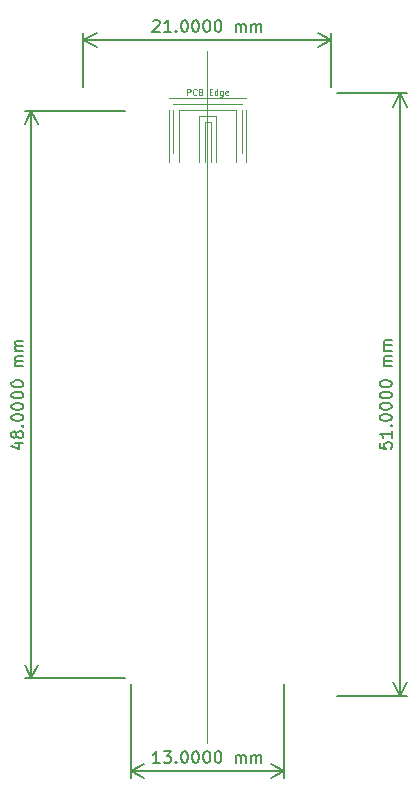
<source format=gbr>
G04 #@! TF.GenerationSoftware,KiCad,Pcbnew,(6.0.7)*
G04 #@! TF.CreationDate,2022-09-22T23:06:15+05:30*
G04 #@! TF.ProjectId,Mitayi-Pico-RP2040,4d697461-7969-42d5-9069-636f2d525032,0.4*
G04 #@! TF.SameCoordinates,PX825e060PY6d4a840*
G04 #@! TF.FileFunction,OtherDrawing,Comment*
%FSLAX46Y46*%
G04 Gerber Fmt 4.6, Leading zero omitted, Abs format (unit mm)*
G04 Created by KiCad (PCBNEW (6.0.7)) date 2022-09-22 23:06:15*
%MOMM*%
%LPD*%
G01*
G04 APERTURE LIST*
%ADD10C,0.100000*%
%ADD11C,0.150000*%
%ADD12C,0.080000*%
%ADD13C,0.020000*%
G04 APERTURE END LIST*
D10*
X10500000Y54600000D02*
X10500000Y-4000000D01*
D11*
X6452380Y-5702380D02*
X5880952Y-5702380D01*
X6166666Y-5702380D02*
X6166666Y-4702380D01*
X6071428Y-4845238D01*
X5976190Y-4940476D01*
X5880952Y-4988095D01*
X6785714Y-4702380D02*
X7404761Y-4702380D01*
X7071428Y-5083333D01*
X7214285Y-5083333D01*
X7309523Y-5130952D01*
X7357142Y-5178571D01*
X7404761Y-5273809D01*
X7404761Y-5511904D01*
X7357142Y-5607142D01*
X7309523Y-5654761D01*
X7214285Y-5702380D01*
X6928571Y-5702380D01*
X6833333Y-5654761D01*
X6785714Y-5607142D01*
X7833333Y-5607142D02*
X7880952Y-5654761D01*
X7833333Y-5702380D01*
X7785714Y-5654761D01*
X7833333Y-5607142D01*
X7833333Y-5702380D01*
X8500000Y-4702380D02*
X8595238Y-4702380D01*
X8690476Y-4750000D01*
X8738095Y-4797619D01*
X8785714Y-4892857D01*
X8833333Y-5083333D01*
X8833333Y-5321428D01*
X8785714Y-5511904D01*
X8738095Y-5607142D01*
X8690476Y-5654761D01*
X8595238Y-5702380D01*
X8500000Y-5702380D01*
X8404761Y-5654761D01*
X8357142Y-5607142D01*
X8309523Y-5511904D01*
X8261904Y-5321428D01*
X8261904Y-5083333D01*
X8309523Y-4892857D01*
X8357142Y-4797619D01*
X8404761Y-4750000D01*
X8500000Y-4702380D01*
X9452380Y-4702380D02*
X9547619Y-4702380D01*
X9642857Y-4750000D01*
X9690476Y-4797619D01*
X9738095Y-4892857D01*
X9785714Y-5083333D01*
X9785714Y-5321428D01*
X9738095Y-5511904D01*
X9690476Y-5607142D01*
X9642857Y-5654761D01*
X9547619Y-5702380D01*
X9452380Y-5702380D01*
X9357142Y-5654761D01*
X9309523Y-5607142D01*
X9261904Y-5511904D01*
X9214285Y-5321428D01*
X9214285Y-5083333D01*
X9261904Y-4892857D01*
X9309523Y-4797619D01*
X9357142Y-4750000D01*
X9452380Y-4702380D01*
X10404761Y-4702380D02*
X10500000Y-4702380D01*
X10595238Y-4750000D01*
X10642857Y-4797619D01*
X10690476Y-4892857D01*
X10738095Y-5083333D01*
X10738095Y-5321428D01*
X10690476Y-5511904D01*
X10642857Y-5607142D01*
X10595238Y-5654761D01*
X10500000Y-5702380D01*
X10404761Y-5702380D01*
X10309523Y-5654761D01*
X10261904Y-5607142D01*
X10214285Y-5511904D01*
X10166666Y-5321428D01*
X10166666Y-5083333D01*
X10214285Y-4892857D01*
X10261904Y-4797619D01*
X10309523Y-4750000D01*
X10404761Y-4702380D01*
X11357142Y-4702380D02*
X11452380Y-4702380D01*
X11547619Y-4750000D01*
X11595238Y-4797619D01*
X11642857Y-4892857D01*
X11690476Y-5083333D01*
X11690476Y-5321428D01*
X11642857Y-5511904D01*
X11595238Y-5607142D01*
X11547619Y-5654761D01*
X11452380Y-5702380D01*
X11357142Y-5702380D01*
X11261904Y-5654761D01*
X11214285Y-5607142D01*
X11166666Y-5511904D01*
X11119047Y-5321428D01*
X11119047Y-5083333D01*
X11166666Y-4892857D01*
X11214285Y-4797619D01*
X11261904Y-4750000D01*
X11357142Y-4702380D01*
X12880952Y-5702380D02*
X12880952Y-5035714D01*
X12880952Y-5130952D02*
X12928571Y-5083333D01*
X13023809Y-5035714D01*
X13166666Y-5035714D01*
X13261904Y-5083333D01*
X13309523Y-5178571D01*
X13309523Y-5702380D01*
X13309523Y-5178571D02*
X13357142Y-5083333D01*
X13452380Y-5035714D01*
X13595238Y-5035714D01*
X13690476Y-5083333D01*
X13738095Y-5178571D01*
X13738095Y-5702380D01*
X14214285Y-5702380D02*
X14214285Y-5035714D01*
X14214285Y-5130952D02*
X14261904Y-5083333D01*
X14357142Y-5035714D01*
X14500000Y-5035714D01*
X14595238Y-5083333D01*
X14642857Y-5178571D01*
X14642857Y-5702380D01*
X14642857Y-5178571D02*
X14690476Y-5083333D01*
X14785714Y-5035714D01*
X14928571Y-5035714D01*
X15023809Y-5083333D01*
X15071428Y-5178571D01*
X15071428Y-5702380D01*
X4000000Y990000D02*
X4000000Y-6986420D01*
X17000000Y990000D02*
X17000000Y-6986420D01*
X4000000Y-6400000D02*
X17000000Y-6400000D01*
X4000000Y-6400000D02*
X17000000Y-6400000D01*
X4000000Y-6400000D02*
X5126504Y-6986421D01*
X4000000Y-6400000D02*
X5126504Y-5813579D01*
X17000000Y-6400000D02*
X15873496Y-5813579D01*
X17000000Y-6400000D02*
X15873496Y-6986421D01*
X5880952Y57102381D02*
X5928571Y57150000D01*
X6023809Y57197620D01*
X6261904Y57197620D01*
X6357142Y57150000D01*
X6404761Y57102381D01*
X6452380Y57007143D01*
X6452380Y56911905D01*
X6404761Y56769048D01*
X5833333Y56197620D01*
X6452380Y56197620D01*
X7404761Y56197620D02*
X6833333Y56197620D01*
X7119047Y56197620D02*
X7119047Y57197620D01*
X7023809Y57054762D01*
X6928571Y56959524D01*
X6833333Y56911905D01*
X7833333Y56292858D02*
X7880952Y56245239D01*
X7833333Y56197620D01*
X7785714Y56245239D01*
X7833333Y56292858D01*
X7833333Y56197620D01*
X8500000Y57197620D02*
X8595238Y57197620D01*
X8690476Y57150000D01*
X8738095Y57102381D01*
X8785714Y57007143D01*
X8833333Y56816667D01*
X8833333Y56578572D01*
X8785714Y56388096D01*
X8738095Y56292858D01*
X8690476Y56245239D01*
X8595238Y56197620D01*
X8500000Y56197620D01*
X8404761Y56245239D01*
X8357142Y56292858D01*
X8309523Y56388096D01*
X8261904Y56578572D01*
X8261904Y56816667D01*
X8309523Y57007143D01*
X8357142Y57102381D01*
X8404761Y57150000D01*
X8500000Y57197620D01*
X9452380Y57197620D02*
X9547619Y57197620D01*
X9642857Y57150000D01*
X9690476Y57102381D01*
X9738095Y57007143D01*
X9785714Y56816667D01*
X9785714Y56578572D01*
X9738095Y56388096D01*
X9690476Y56292858D01*
X9642857Y56245239D01*
X9547619Y56197620D01*
X9452380Y56197620D01*
X9357142Y56245239D01*
X9309523Y56292858D01*
X9261904Y56388096D01*
X9214285Y56578572D01*
X9214285Y56816667D01*
X9261904Y57007143D01*
X9309523Y57102381D01*
X9357142Y57150000D01*
X9452380Y57197620D01*
X10404761Y57197620D02*
X10500000Y57197620D01*
X10595238Y57150000D01*
X10642857Y57102381D01*
X10690476Y57007143D01*
X10738095Y56816667D01*
X10738095Y56578572D01*
X10690476Y56388096D01*
X10642857Y56292858D01*
X10595238Y56245239D01*
X10500000Y56197620D01*
X10404761Y56197620D01*
X10309523Y56245239D01*
X10261904Y56292858D01*
X10214285Y56388096D01*
X10166666Y56578572D01*
X10166666Y56816667D01*
X10214285Y57007143D01*
X10261904Y57102381D01*
X10309523Y57150000D01*
X10404761Y57197620D01*
X11357142Y57197620D02*
X11452380Y57197620D01*
X11547619Y57150000D01*
X11595238Y57102381D01*
X11642857Y57007143D01*
X11690476Y56816667D01*
X11690476Y56578572D01*
X11642857Y56388096D01*
X11595238Y56292858D01*
X11547619Y56245239D01*
X11452380Y56197620D01*
X11357142Y56197620D01*
X11261904Y56245239D01*
X11214285Y56292858D01*
X11166666Y56388096D01*
X11119047Y56578572D01*
X11119047Y56816667D01*
X11166666Y57007143D01*
X11214285Y57102381D01*
X11261904Y57150000D01*
X11357142Y57197620D01*
X12880952Y56197620D02*
X12880952Y56864286D01*
X12880952Y56769048D02*
X12928571Y56816667D01*
X13023809Y56864286D01*
X13166666Y56864286D01*
X13261904Y56816667D01*
X13309523Y56721429D01*
X13309523Y56197620D01*
X13309523Y56721429D02*
X13357142Y56816667D01*
X13452380Y56864286D01*
X13595238Y56864286D01*
X13690476Y56816667D01*
X13738095Y56721429D01*
X13738095Y56197620D01*
X14214285Y56197620D02*
X14214285Y56864286D01*
X14214285Y56769048D02*
X14261904Y56816667D01*
X14357142Y56864286D01*
X14500000Y56864286D01*
X14595238Y56816667D01*
X14642857Y56721429D01*
X14642857Y56197620D01*
X14642857Y56721429D02*
X14690476Y56816667D01*
X14785714Y56864286D01*
X14928571Y56864286D01*
X15023809Y56816667D01*
X15071428Y56721429D01*
X15071428Y56197620D01*
X0Y51500000D02*
X0Y56086420D01*
X21000000Y51500000D02*
X21000000Y56086420D01*
X0Y55500000D02*
X21000000Y55500000D01*
X0Y55500000D02*
X21000000Y55500000D01*
X0Y55500000D02*
X1126504Y54913579D01*
X0Y55500000D02*
X1126504Y56086421D01*
X21000000Y55500000D02*
X19873496Y56086421D01*
X21000000Y55500000D02*
X19873496Y54913579D01*
X25102380Y21404762D02*
X25102380Y20928572D01*
X25578571Y20880953D01*
X25530952Y20928572D01*
X25483333Y21023810D01*
X25483333Y21261905D01*
X25530952Y21357143D01*
X25578571Y21404762D01*
X25673809Y21452381D01*
X25911904Y21452381D01*
X26007142Y21404762D01*
X26054761Y21357143D01*
X26102380Y21261905D01*
X26102380Y21023810D01*
X26054761Y20928572D01*
X26007142Y20880953D01*
X26102380Y22404762D02*
X26102380Y21833334D01*
X26102380Y22119048D02*
X25102380Y22119048D01*
X25245238Y22023810D01*
X25340476Y21928572D01*
X25388095Y21833334D01*
X26007142Y22833334D02*
X26054761Y22880953D01*
X26102380Y22833334D01*
X26054761Y22785715D01*
X26007142Y22833334D01*
X26102380Y22833334D01*
X25102380Y23500000D02*
X25102380Y23595239D01*
X25150000Y23690477D01*
X25197619Y23738096D01*
X25292857Y23785715D01*
X25483333Y23833334D01*
X25721428Y23833334D01*
X25911904Y23785715D01*
X26007142Y23738096D01*
X26054761Y23690477D01*
X26102380Y23595239D01*
X26102380Y23500000D01*
X26054761Y23404762D01*
X26007142Y23357143D01*
X25911904Y23309524D01*
X25721428Y23261905D01*
X25483333Y23261905D01*
X25292857Y23309524D01*
X25197619Y23357143D01*
X25150000Y23404762D01*
X25102380Y23500000D01*
X25102380Y24452381D02*
X25102380Y24547620D01*
X25150000Y24642858D01*
X25197619Y24690477D01*
X25292857Y24738096D01*
X25483333Y24785715D01*
X25721428Y24785715D01*
X25911904Y24738096D01*
X26007142Y24690477D01*
X26054761Y24642858D01*
X26102380Y24547620D01*
X26102380Y24452381D01*
X26054761Y24357143D01*
X26007142Y24309524D01*
X25911904Y24261905D01*
X25721428Y24214286D01*
X25483333Y24214286D01*
X25292857Y24261905D01*
X25197619Y24309524D01*
X25150000Y24357143D01*
X25102380Y24452381D01*
X25102380Y25404762D02*
X25102380Y25500000D01*
X25150000Y25595239D01*
X25197619Y25642858D01*
X25292857Y25690477D01*
X25483333Y25738096D01*
X25721428Y25738096D01*
X25911904Y25690477D01*
X26007142Y25642858D01*
X26054761Y25595239D01*
X26102380Y25500000D01*
X26102380Y25404762D01*
X26054761Y25309524D01*
X26007142Y25261905D01*
X25911904Y25214286D01*
X25721428Y25166667D01*
X25483333Y25166667D01*
X25292857Y25214286D01*
X25197619Y25261905D01*
X25150000Y25309524D01*
X25102380Y25404762D01*
X25102380Y26357143D02*
X25102380Y26452381D01*
X25150000Y26547620D01*
X25197619Y26595239D01*
X25292857Y26642858D01*
X25483333Y26690477D01*
X25721428Y26690477D01*
X25911904Y26642858D01*
X26007142Y26595239D01*
X26054761Y26547620D01*
X26102380Y26452381D01*
X26102380Y26357143D01*
X26054761Y26261905D01*
X26007142Y26214286D01*
X25911904Y26166667D01*
X25721428Y26119048D01*
X25483333Y26119048D01*
X25292857Y26166667D01*
X25197619Y26214286D01*
X25150000Y26261905D01*
X25102380Y26357143D01*
X26102380Y27880953D02*
X25435714Y27880953D01*
X25530952Y27880953D02*
X25483333Y27928572D01*
X25435714Y28023810D01*
X25435714Y28166667D01*
X25483333Y28261905D01*
X25578571Y28309524D01*
X26102380Y28309524D01*
X25578571Y28309524D02*
X25483333Y28357143D01*
X25435714Y28452381D01*
X25435714Y28595239D01*
X25483333Y28690477D01*
X25578571Y28738096D01*
X26102380Y28738096D01*
X26102380Y29214286D02*
X25435714Y29214286D01*
X25530952Y29214286D02*
X25483333Y29261905D01*
X25435714Y29357143D01*
X25435714Y29500000D01*
X25483333Y29595239D01*
X25578571Y29642858D01*
X26102380Y29642858D01*
X25578571Y29642858D02*
X25483333Y29690477D01*
X25435714Y29785715D01*
X25435714Y29928572D01*
X25483333Y30023810D01*
X25578571Y30071429D01*
X26102380Y30071429D01*
X21500000Y51000000D02*
X27386420Y51000000D01*
X21500000Y0D02*
X27386420Y0D01*
X26800000Y51000000D02*
X26800000Y0D01*
X26800000Y51000000D02*
X26800000Y0D01*
X26800000Y51000000D02*
X26213579Y49873496D01*
X26800000Y51000000D02*
X27386421Y49873496D01*
X26800000Y0D02*
X27386421Y1126504D01*
X26800000Y0D02*
X26213579Y1126504D01*
X-5764286Y21347143D02*
X-5097620Y21347143D01*
X-6145239Y21109048D02*
X-5430953Y20870953D01*
X-5430953Y21490000D01*
X-5669048Y22013810D02*
X-5716667Y21918572D01*
X-5764286Y21870953D01*
X-5859524Y21823334D01*
X-5907143Y21823334D01*
X-6002381Y21870953D01*
X-6050000Y21918572D01*
X-6097620Y22013810D01*
X-6097620Y22204286D01*
X-6050000Y22299524D01*
X-6002381Y22347143D01*
X-5907143Y22394762D01*
X-5859524Y22394762D01*
X-5764286Y22347143D01*
X-5716667Y22299524D01*
X-5669048Y22204286D01*
X-5669048Y22013810D01*
X-5621429Y21918572D01*
X-5573810Y21870953D01*
X-5478572Y21823334D01*
X-5288096Y21823334D01*
X-5192858Y21870953D01*
X-5145239Y21918572D01*
X-5097620Y22013810D01*
X-5097620Y22204286D01*
X-5145239Y22299524D01*
X-5192858Y22347143D01*
X-5288096Y22394762D01*
X-5478572Y22394762D01*
X-5573810Y22347143D01*
X-5621429Y22299524D01*
X-5669048Y22204286D01*
X-5192858Y22823334D02*
X-5145239Y22870953D01*
X-5097620Y22823334D01*
X-5145239Y22775715D01*
X-5192858Y22823334D01*
X-5097620Y22823334D01*
X-6097620Y23490000D02*
X-6097620Y23585239D01*
X-6050000Y23680477D01*
X-6002381Y23728096D01*
X-5907143Y23775715D01*
X-5716667Y23823334D01*
X-5478572Y23823334D01*
X-5288096Y23775715D01*
X-5192858Y23728096D01*
X-5145239Y23680477D01*
X-5097620Y23585239D01*
X-5097620Y23490000D01*
X-5145239Y23394762D01*
X-5192858Y23347143D01*
X-5288096Y23299524D01*
X-5478572Y23251905D01*
X-5716667Y23251905D01*
X-5907143Y23299524D01*
X-6002381Y23347143D01*
X-6050000Y23394762D01*
X-6097620Y23490000D01*
X-6097620Y24442381D02*
X-6097620Y24537620D01*
X-6050000Y24632858D01*
X-6002381Y24680477D01*
X-5907143Y24728096D01*
X-5716667Y24775715D01*
X-5478572Y24775715D01*
X-5288096Y24728096D01*
X-5192858Y24680477D01*
X-5145239Y24632858D01*
X-5097620Y24537620D01*
X-5097620Y24442381D01*
X-5145239Y24347143D01*
X-5192858Y24299524D01*
X-5288096Y24251905D01*
X-5478572Y24204286D01*
X-5716667Y24204286D01*
X-5907143Y24251905D01*
X-6002381Y24299524D01*
X-6050000Y24347143D01*
X-6097620Y24442381D01*
X-6097620Y25394762D02*
X-6097620Y25490000D01*
X-6050000Y25585239D01*
X-6002381Y25632858D01*
X-5907143Y25680477D01*
X-5716667Y25728096D01*
X-5478572Y25728096D01*
X-5288096Y25680477D01*
X-5192858Y25632858D01*
X-5145239Y25585239D01*
X-5097620Y25490000D01*
X-5097620Y25394762D01*
X-5145239Y25299524D01*
X-5192858Y25251905D01*
X-5288096Y25204286D01*
X-5478572Y25156667D01*
X-5716667Y25156667D01*
X-5907143Y25204286D01*
X-6002381Y25251905D01*
X-6050000Y25299524D01*
X-6097620Y25394762D01*
X-6097620Y26347143D02*
X-6097620Y26442381D01*
X-6050000Y26537620D01*
X-6002381Y26585239D01*
X-5907143Y26632858D01*
X-5716667Y26680477D01*
X-5478572Y26680477D01*
X-5288096Y26632858D01*
X-5192858Y26585239D01*
X-5145239Y26537620D01*
X-5097620Y26442381D01*
X-5097620Y26347143D01*
X-5145239Y26251905D01*
X-5192858Y26204286D01*
X-5288096Y26156667D01*
X-5478572Y26109048D01*
X-5716667Y26109048D01*
X-5907143Y26156667D01*
X-6002381Y26204286D01*
X-6050000Y26251905D01*
X-6097620Y26347143D01*
X-5097620Y27870953D02*
X-5764286Y27870953D01*
X-5669048Y27870953D02*
X-5716667Y27918572D01*
X-5764286Y28013810D01*
X-5764286Y28156667D01*
X-5716667Y28251905D01*
X-5621429Y28299524D01*
X-5097620Y28299524D01*
X-5621429Y28299524D02*
X-5716667Y28347143D01*
X-5764286Y28442381D01*
X-5764286Y28585239D01*
X-5716667Y28680477D01*
X-5621429Y28728096D01*
X-5097620Y28728096D01*
X-5097620Y29204286D02*
X-5764286Y29204286D01*
X-5669048Y29204286D02*
X-5716667Y29251905D01*
X-5764286Y29347143D01*
X-5764286Y29490000D01*
X-5716667Y29585239D01*
X-5621429Y29632858D01*
X-5097620Y29632858D01*
X-5621429Y29632858D02*
X-5716667Y29680477D01*
X-5764286Y29775715D01*
X-5764286Y29918572D01*
X-5716667Y30013810D01*
X-5621429Y30061429D01*
X-5097620Y30061429D01*
X3500000Y49490000D02*
X-4986420Y49490000D01*
X3500000Y1490000D02*
X-4986420Y1490000D01*
X-4400000Y49490000D02*
X-4400000Y1490000D01*
X-4400000Y49490000D02*
X-4400000Y1490000D01*
X-4400000Y49490000D02*
X-4986421Y48363496D01*
X-4400000Y49490000D02*
X-3813579Y48363496D01*
X-4400000Y1490000D02*
X-3813579Y2616504D01*
X-4400000Y1490000D02*
X-4986421Y2616504D01*
D12*
X8795714Y50861310D02*
X8795714Y51361310D01*
X8986190Y51361310D01*
X9033809Y51337500D01*
X9057619Y51313691D01*
X9081428Y51266072D01*
X9081428Y51194643D01*
X9057619Y51147024D01*
X9033809Y51123215D01*
X8986190Y51099405D01*
X8795714Y51099405D01*
X9581428Y50908929D02*
X9557619Y50885120D01*
X9486190Y50861310D01*
X9438571Y50861310D01*
X9367142Y50885120D01*
X9319523Y50932739D01*
X9295714Y50980358D01*
X9271904Y51075596D01*
X9271904Y51147024D01*
X9295714Y51242262D01*
X9319523Y51289881D01*
X9367142Y51337500D01*
X9438571Y51361310D01*
X9486190Y51361310D01*
X9557619Y51337500D01*
X9581428Y51313691D01*
X9962380Y51123215D02*
X10033809Y51099405D01*
X10057619Y51075596D01*
X10081428Y51027977D01*
X10081428Y50956548D01*
X10057619Y50908929D01*
X10033809Y50885120D01*
X9986190Y50861310D01*
X9795714Y50861310D01*
X9795714Y51361310D01*
X9962380Y51361310D01*
X10010000Y51337500D01*
X10033809Y51313691D01*
X10057619Y51266072D01*
X10057619Y51218453D01*
X10033809Y51170834D01*
X10010000Y51147024D01*
X9962380Y51123215D01*
X9795714Y51123215D01*
X10676666Y51123215D02*
X10843333Y51123215D01*
X10914761Y50861310D02*
X10676666Y50861310D01*
X10676666Y51361310D01*
X10914761Y51361310D01*
X11343333Y50861310D02*
X11343333Y51361310D01*
X11343333Y50885120D02*
X11295714Y50861310D01*
X11200476Y50861310D01*
X11152857Y50885120D01*
X11129047Y50908929D01*
X11105238Y50956548D01*
X11105238Y51099405D01*
X11129047Y51147024D01*
X11152857Y51170834D01*
X11200476Y51194643D01*
X11295714Y51194643D01*
X11343333Y51170834D01*
X11795714Y51194643D02*
X11795714Y50789881D01*
X11771904Y50742262D01*
X11748095Y50718453D01*
X11700476Y50694643D01*
X11629047Y50694643D01*
X11581428Y50718453D01*
X11795714Y50885120D02*
X11748095Y50861310D01*
X11652857Y50861310D01*
X11605238Y50885120D01*
X11581428Y50908929D01*
X11557619Y50956548D01*
X11557619Y51099405D01*
X11581428Y51147024D01*
X11605238Y51170834D01*
X11652857Y51194643D01*
X11748095Y51194643D01*
X11795714Y51170834D01*
X12224285Y50885120D02*
X12176666Y50861310D01*
X12081428Y50861310D01*
X12033809Y50885120D01*
X12010000Y50932739D01*
X12010000Y51123215D01*
X12033809Y51170834D01*
X12081428Y51194643D01*
X12176666Y51194643D01*
X12224285Y51170834D01*
X12248095Y51123215D01*
X12248095Y51075596D01*
X12010000Y51027977D01*
D13*
X11260000Y49070000D02*
X9760000Y49070000D01*
X13760000Y45200000D02*
X13760000Y49570000D01*
X13400000Y50070000D02*
X7620000Y50070000D01*
X12960000Y49570000D02*
X8060000Y49570000D01*
X7260000Y45200000D02*
X7260000Y49570000D01*
X10760000Y48570000D02*
X10260000Y48570000D01*
X13760000Y50570000D02*
X7260000Y50570000D01*
X13410000Y45920000D02*
X13410000Y49570000D01*
X10760000Y45200000D02*
X10760000Y48570000D01*
X11260000Y45200000D02*
X11260000Y49070000D01*
X12960000Y45200000D02*
X12960000Y49570000D01*
X8060000Y45200000D02*
X8060000Y49570000D01*
X7610000Y45920000D02*
X7610000Y49570000D01*
X9760000Y45200000D02*
X9760000Y49070000D01*
X10260000Y45200000D02*
X10260000Y48570000D01*
M02*

</source>
